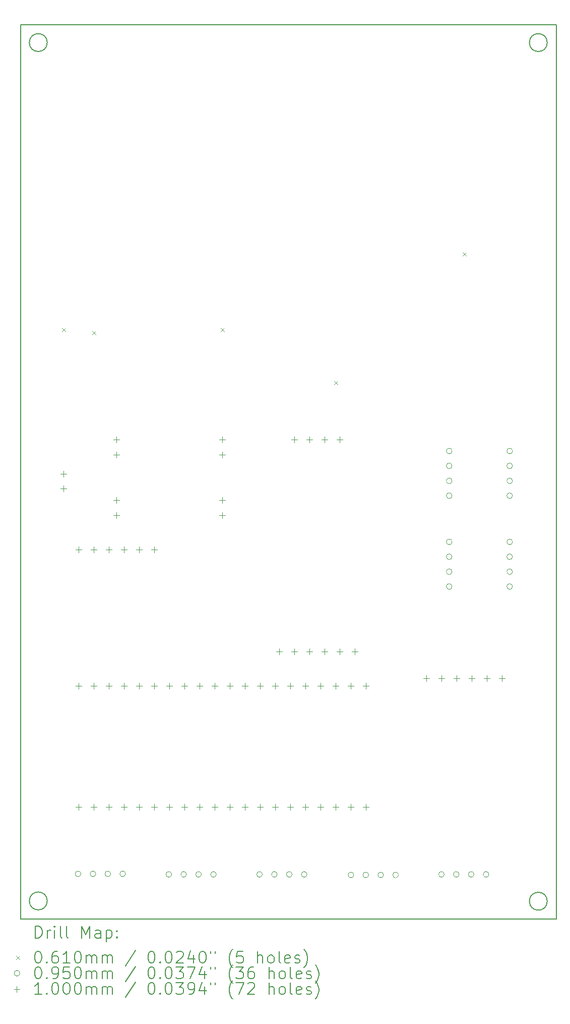
<source format=gbr>
%TF.GenerationSoftware,KiCad,Pcbnew,9.0.4*%
%TF.CreationDate,2025-12-08T11:00:42+07:00*%
%TF.ProjectId,05_sulfurmonitoring_design_v4_no_display,30355f73-756c-4667-9572-6d6f6e69746f,rev?*%
%TF.SameCoordinates,Original*%
%TF.FileFunction,Drillmap*%
%TF.FilePolarity,Positive*%
%FSLAX45Y45*%
G04 Gerber Fmt 4.5, Leading zero omitted, Abs format (unit mm)*
G04 Created by KiCad (PCBNEW 9.0.4) date 2025-12-08 11:00:42*
%MOMM*%
%LPD*%
G01*
G04 APERTURE LIST*
%ADD10C,0.200000*%
%ADD11C,0.100000*%
G04 APERTURE END LIST*
D10*
X4550000Y-2800000D02*
G75*
G02*
X4250000Y-2800000I-150000J0D01*
G01*
X4250000Y-2800000D02*
G75*
G02*
X4550000Y-2800000I150000J0D01*
G01*
X4550000Y-17200000D02*
G75*
G02*
X4250000Y-17200000I-150000J0D01*
G01*
X4250000Y-17200000D02*
G75*
G02*
X4550000Y-17200000I150000J0D01*
G01*
X4100000Y-2500000D02*
X13100000Y-2500000D01*
X13100000Y-17500000D01*
X4100000Y-17500000D01*
X4100000Y-2500000D01*
X12950000Y-17205000D02*
G75*
G02*
X12650000Y-17205000I-150000J0D01*
G01*
X12650000Y-17205000D02*
G75*
G02*
X12950000Y-17205000I150000J0D01*
G01*
X12950000Y-2800000D02*
G75*
G02*
X12650000Y-2800000I-150000J0D01*
G01*
X12650000Y-2800000D02*
G75*
G02*
X12950000Y-2800000I150000J0D01*
G01*
D11*
X4795520Y-7589520D02*
X4856480Y-7650480D01*
X4856480Y-7589520D02*
X4795520Y-7650480D01*
X5303520Y-7640320D02*
X5364480Y-7701280D01*
X5364480Y-7640320D02*
X5303520Y-7701280D01*
X7462520Y-7589520D02*
X7523480Y-7650480D01*
X7523480Y-7589520D02*
X7462520Y-7650480D01*
X9367520Y-8478520D02*
X9428480Y-8539480D01*
X9428480Y-8478520D02*
X9367520Y-8539480D01*
X11526520Y-6319520D02*
X11587480Y-6380480D01*
X11587480Y-6319520D02*
X11526520Y-6380480D01*
X5115500Y-16746000D02*
G75*
G02*
X5020500Y-16746000I-47500J0D01*
G01*
X5020500Y-16746000D02*
G75*
G02*
X5115500Y-16746000I47500J0D01*
G01*
X5365500Y-16746000D02*
G75*
G02*
X5270500Y-16746000I-47500J0D01*
G01*
X5270500Y-16746000D02*
G75*
G02*
X5365500Y-16746000I47500J0D01*
G01*
X5615500Y-16746000D02*
G75*
G02*
X5520500Y-16746000I-47500J0D01*
G01*
X5520500Y-16746000D02*
G75*
G02*
X5615500Y-16746000I47500J0D01*
G01*
X5865500Y-16746000D02*
G75*
G02*
X5770500Y-16746000I-47500J0D01*
G01*
X5770500Y-16746000D02*
G75*
G02*
X5865500Y-16746000I47500J0D01*
G01*
X6639500Y-16755000D02*
G75*
G02*
X6544500Y-16755000I-47500J0D01*
G01*
X6544500Y-16755000D02*
G75*
G02*
X6639500Y-16755000I47500J0D01*
G01*
X6889500Y-16755000D02*
G75*
G02*
X6794500Y-16755000I-47500J0D01*
G01*
X6794500Y-16755000D02*
G75*
G02*
X6889500Y-16755000I47500J0D01*
G01*
X7139500Y-16755000D02*
G75*
G02*
X7044500Y-16755000I-47500J0D01*
G01*
X7044500Y-16755000D02*
G75*
G02*
X7139500Y-16755000I47500J0D01*
G01*
X7389500Y-16755000D02*
G75*
G02*
X7294500Y-16755000I-47500J0D01*
G01*
X7294500Y-16755000D02*
G75*
G02*
X7389500Y-16755000I47500J0D01*
G01*
X8163500Y-16755000D02*
G75*
G02*
X8068500Y-16755000I-47500J0D01*
G01*
X8068500Y-16755000D02*
G75*
G02*
X8163500Y-16755000I47500J0D01*
G01*
X8413500Y-16755000D02*
G75*
G02*
X8318500Y-16755000I-47500J0D01*
G01*
X8318500Y-16755000D02*
G75*
G02*
X8413500Y-16755000I47500J0D01*
G01*
X8663500Y-16755000D02*
G75*
G02*
X8568500Y-16755000I-47500J0D01*
G01*
X8568500Y-16755000D02*
G75*
G02*
X8663500Y-16755000I47500J0D01*
G01*
X8913500Y-16755000D02*
G75*
G02*
X8818500Y-16755000I-47500J0D01*
G01*
X8818500Y-16755000D02*
G75*
G02*
X8913500Y-16755000I47500J0D01*
G01*
X9699500Y-16764000D02*
G75*
G02*
X9604500Y-16764000I-47500J0D01*
G01*
X9604500Y-16764000D02*
G75*
G02*
X9699500Y-16764000I47500J0D01*
G01*
X9949500Y-16764000D02*
G75*
G02*
X9854500Y-16764000I-47500J0D01*
G01*
X9854500Y-16764000D02*
G75*
G02*
X9949500Y-16764000I47500J0D01*
G01*
X10199500Y-16764000D02*
G75*
G02*
X10104500Y-16764000I-47500J0D01*
G01*
X10104500Y-16764000D02*
G75*
G02*
X10199500Y-16764000I47500J0D01*
G01*
X10449500Y-16764000D02*
G75*
G02*
X10354500Y-16764000I-47500J0D01*
G01*
X10354500Y-16764000D02*
G75*
G02*
X10449500Y-16764000I47500J0D01*
G01*
X11219500Y-16755000D02*
G75*
G02*
X11124500Y-16755000I-47500J0D01*
G01*
X11124500Y-16755000D02*
G75*
G02*
X11219500Y-16755000I47500J0D01*
G01*
X11350500Y-9652000D02*
G75*
G02*
X11255500Y-9652000I-47500J0D01*
G01*
X11255500Y-9652000D02*
G75*
G02*
X11350500Y-9652000I47500J0D01*
G01*
X11350500Y-9902000D02*
G75*
G02*
X11255500Y-9902000I-47500J0D01*
G01*
X11255500Y-9902000D02*
G75*
G02*
X11350500Y-9902000I47500J0D01*
G01*
X11350500Y-10152000D02*
G75*
G02*
X11255500Y-10152000I-47500J0D01*
G01*
X11255500Y-10152000D02*
G75*
G02*
X11350500Y-10152000I47500J0D01*
G01*
X11350500Y-10402000D02*
G75*
G02*
X11255500Y-10402000I-47500J0D01*
G01*
X11255500Y-10402000D02*
G75*
G02*
X11350500Y-10402000I47500J0D01*
G01*
X11350500Y-11176000D02*
G75*
G02*
X11255500Y-11176000I-47500J0D01*
G01*
X11255500Y-11176000D02*
G75*
G02*
X11350500Y-11176000I47500J0D01*
G01*
X11350500Y-11426000D02*
G75*
G02*
X11255500Y-11426000I-47500J0D01*
G01*
X11255500Y-11426000D02*
G75*
G02*
X11350500Y-11426000I47500J0D01*
G01*
X11350500Y-11676000D02*
G75*
G02*
X11255500Y-11676000I-47500J0D01*
G01*
X11255500Y-11676000D02*
G75*
G02*
X11350500Y-11676000I47500J0D01*
G01*
X11350500Y-11926000D02*
G75*
G02*
X11255500Y-11926000I-47500J0D01*
G01*
X11255500Y-11926000D02*
G75*
G02*
X11350500Y-11926000I47500J0D01*
G01*
X11469500Y-16755000D02*
G75*
G02*
X11374500Y-16755000I-47500J0D01*
G01*
X11374500Y-16755000D02*
G75*
G02*
X11469500Y-16755000I47500J0D01*
G01*
X11719500Y-16755000D02*
G75*
G02*
X11624500Y-16755000I-47500J0D01*
G01*
X11624500Y-16755000D02*
G75*
G02*
X11719500Y-16755000I47500J0D01*
G01*
X11969500Y-16755000D02*
G75*
G02*
X11874500Y-16755000I-47500J0D01*
G01*
X11874500Y-16755000D02*
G75*
G02*
X11969500Y-16755000I47500J0D01*
G01*
X12366500Y-9652000D02*
G75*
G02*
X12271500Y-9652000I-47500J0D01*
G01*
X12271500Y-9652000D02*
G75*
G02*
X12366500Y-9652000I47500J0D01*
G01*
X12366500Y-9902000D02*
G75*
G02*
X12271500Y-9902000I-47500J0D01*
G01*
X12271500Y-9902000D02*
G75*
G02*
X12366500Y-9902000I47500J0D01*
G01*
X12366500Y-10152000D02*
G75*
G02*
X12271500Y-10152000I-47500J0D01*
G01*
X12271500Y-10152000D02*
G75*
G02*
X12366500Y-10152000I47500J0D01*
G01*
X12366500Y-10402000D02*
G75*
G02*
X12271500Y-10402000I-47500J0D01*
G01*
X12271500Y-10402000D02*
G75*
G02*
X12366500Y-10402000I47500J0D01*
G01*
X12366500Y-11176000D02*
G75*
G02*
X12271500Y-11176000I-47500J0D01*
G01*
X12271500Y-11176000D02*
G75*
G02*
X12366500Y-11176000I47500J0D01*
G01*
X12366500Y-11426000D02*
G75*
G02*
X12271500Y-11426000I-47500J0D01*
G01*
X12271500Y-11426000D02*
G75*
G02*
X12366500Y-11426000I47500J0D01*
G01*
X12366500Y-11676000D02*
G75*
G02*
X12271500Y-11676000I-47500J0D01*
G01*
X12271500Y-11676000D02*
G75*
G02*
X12366500Y-11676000I47500J0D01*
G01*
X12366500Y-11926000D02*
G75*
G02*
X12271500Y-11926000I-47500J0D01*
G01*
X12271500Y-11926000D02*
G75*
G02*
X12366500Y-11926000I47500J0D01*
G01*
X4826000Y-9983000D02*
X4826000Y-10083000D01*
X4776000Y-10033000D02*
X4876000Y-10033000D01*
X4826000Y-10233000D02*
X4826000Y-10333000D01*
X4776000Y-10283000D02*
X4876000Y-10283000D01*
X5080000Y-11253000D02*
X5080000Y-11353000D01*
X5030000Y-11303000D02*
X5130000Y-11303000D01*
X5080000Y-13539000D02*
X5080000Y-13639000D01*
X5030000Y-13589000D02*
X5130000Y-13589000D01*
X5080000Y-15571000D02*
X5080000Y-15671000D01*
X5030000Y-15621000D02*
X5130000Y-15621000D01*
X5334000Y-11253000D02*
X5334000Y-11353000D01*
X5284000Y-11303000D02*
X5384000Y-11303000D01*
X5334000Y-13539000D02*
X5334000Y-13639000D01*
X5284000Y-13589000D02*
X5384000Y-13589000D01*
X5334000Y-15571000D02*
X5334000Y-15671000D01*
X5284000Y-15621000D02*
X5384000Y-15621000D01*
X5588000Y-11253000D02*
X5588000Y-11353000D01*
X5538000Y-11303000D02*
X5638000Y-11303000D01*
X5588000Y-13539000D02*
X5588000Y-13639000D01*
X5538000Y-13589000D02*
X5638000Y-13589000D01*
X5588000Y-15571000D02*
X5588000Y-15671000D01*
X5538000Y-15621000D02*
X5638000Y-15621000D01*
X5715000Y-9411500D02*
X5715000Y-9511500D01*
X5665000Y-9461500D02*
X5765000Y-9461500D01*
X5715000Y-9665500D02*
X5715000Y-9765500D01*
X5665000Y-9715500D02*
X5765000Y-9715500D01*
X5715000Y-10427500D02*
X5715000Y-10527500D01*
X5665000Y-10477500D02*
X5765000Y-10477500D01*
X5715000Y-10681500D02*
X5715000Y-10781500D01*
X5665000Y-10731500D02*
X5765000Y-10731500D01*
X5842000Y-11253000D02*
X5842000Y-11353000D01*
X5792000Y-11303000D02*
X5892000Y-11303000D01*
X5842000Y-13539000D02*
X5842000Y-13639000D01*
X5792000Y-13589000D02*
X5892000Y-13589000D01*
X5842000Y-15571000D02*
X5842000Y-15671000D01*
X5792000Y-15621000D02*
X5892000Y-15621000D01*
X6096000Y-11253000D02*
X6096000Y-11353000D01*
X6046000Y-11303000D02*
X6146000Y-11303000D01*
X6096000Y-13539000D02*
X6096000Y-13639000D01*
X6046000Y-13589000D02*
X6146000Y-13589000D01*
X6096000Y-15571000D02*
X6096000Y-15671000D01*
X6046000Y-15621000D02*
X6146000Y-15621000D01*
X6350000Y-11253000D02*
X6350000Y-11353000D01*
X6300000Y-11303000D02*
X6400000Y-11303000D01*
X6350000Y-13539000D02*
X6350000Y-13639000D01*
X6300000Y-13589000D02*
X6400000Y-13589000D01*
X6350000Y-15571000D02*
X6350000Y-15671000D01*
X6300000Y-15621000D02*
X6400000Y-15621000D01*
X6604000Y-13539000D02*
X6604000Y-13639000D01*
X6554000Y-13589000D02*
X6654000Y-13589000D01*
X6604000Y-15571000D02*
X6604000Y-15671000D01*
X6554000Y-15621000D02*
X6654000Y-15621000D01*
X6858000Y-13539000D02*
X6858000Y-13639000D01*
X6808000Y-13589000D02*
X6908000Y-13589000D01*
X6858000Y-15571000D02*
X6858000Y-15671000D01*
X6808000Y-15621000D02*
X6908000Y-15621000D01*
X7112000Y-13539000D02*
X7112000Y-13639000D01*
X7062000Y-13589000D02*
X7162000Y-13589000D01*
X7112000Y-15571000D02*
X7112000Y-15671000D01*
X7062000Y-15621000D02*
X7162000Y-15621000D01*
X7366000Y-13539000D02*
X7366000Y-13639000D01*
X7316000Y-13589000D02*
X7416000Y-13589000D01*
X7366000Y-15571000D02*
X7366000Y-15671000D01*
X7316000Y-15621000D02*
X7416000Y-15621000D01*
X7493000Y-9411500D02*
X7493000Y-9511500D01*
X7443000Y-9461500D02*
X7543000Y-9461500D01*
X7493000Y-9665500D02*
X7493000Y-9765500D01*
X7443000Y-9715500D02*
X7543000Y-9715500D01*
X7493000Y-10427500D02*
X7493000Y-10527500D01*
X7443000Y-10477500D02*
X7543000Y-10477500D01*
X7493000Y-10681500D02*
X7493000Y-10781500D01*
X7443000Y-10731500D02*
X7543000Y-10731500D01*
X7620000Y-13539000D02*
X7620000Y-13639000D01*
X7570000Y-13589000D02*
X7670000Y-13589000D01*
X7620000Y-15571000D02*
X7620000Y-15671000D01*
X7570000Y-15621000D02*
X7670000Y-15621000D01*
X7874000Y-13539000D02*
X7874000Y-13639000D01*
X7824000Y-13589000D02*
X7924000Y-13589000D01*
X7874000Y-15571000D02*
X7874000Y-15671000D01*
X7824000Y-15621000D02*
X7924000Y-15621000D01*
X8128000Y-13539000D02*
X8128000Y-13639000D01*
X8078000Y-13589000D02*
X8178000Y-13589000D01*
X8128000Y-15571000D02*
X8128000Y-15671000D01*
X8078000Y-15621000D02*
X8178000Y-15621000D01*
X8382000Y-13539000D02*
X8382000Y-13639000D01*
X8332000Y-13589000D02*
X8432000Y-13589000D01*
X8382000Y-15571000D02*
X8382000Y-15671000D01*
X8332000Y-15621000D02*
X8432000Y-15621000D01*
X8445500Y-12967500D02*
X8445500Y-13067500D01*
X8395500Y-13017500D02*
X8495500Y-13017500D01*
X8636000Y-13539000D02*
X8636000Y-13639000D01*
X8586000Y-13589000D02*
X8686000Y-13589000D01*
X8636000Y-15571000D02*
X8636000Y-15671000D01*
X8586000Y-15621000D02*
X8686000Y-15621000D01*
X8699500Y-9411500D02*
X8699500Y-9511500D01*
X8649500Y-9461500D02*
X8749500Y-9461500D01*
X8699500Y-12967500D02*
X8699500Y-13067500D01*
X8649500Y-13017500D02*
X8749500Y-13017500D01*
X8890000Y-13539000D02*
X8890000Y-13639000D01*
X8840000Y-13589000D02*
X8940000Y-13589000D01*
X8890000Y-15571000D02*
X8890000Y-15671000D01*
X8840000Y-15621000D02*
X8940000Y-15621000D01*
X8953500Y-9411500D02*
X8953500Y-9511500D01*
X8903500Y-9461500D02*
X9003500Y-9461500D01*
X8953500Y-12967500D02*
X8953500Y-13067500D01*
X8903500Y-13017500D02*
X9003500Y-13017500D01*
X9144000Y-13539000D02*
X9144000Y-13639000D01*
X9094000Y-13589000D02*
X9194000Y-13589000D01*
X9144000Y-15571000D02*
X9144000Y-15671000D01*
X9094000Y-15621000D02*
X9194000Y-15621000D01*
X9207500Y-9411500D02*
X9207500Y-9511500D01*
X9157500Y-9461500D02*
X9257500Y-9461500D01*
X9207500Y-12967500D02*
X9207500Y-13067500D01*
X9157500Y-13017500D02*
X9257500Y-13017500D01*
X9398000Y-13539000D02*
X9398000Y-13639000D01*
X9348000Y-13589000D02*
X9448000Y-13589000D01*
X9398000Y-15571000D02*
X9398000Y-15671000D01*
X9348000Y-15621000D02*
X9448000Y-15621000D01*
X9461500Y-9411500D02*
X9461500Y-9511500D01*
X9411500Y-9461500D02*
X9511500Y-9461500D01*
X9461500Y-12967500D02*
X9461500Y-13067500D01*
X9411500Y-13017500D02*
X9511500Y-13017500D01*
X9652000Y-13539000D02*
X9652000Y-13639000D01*
X9602000Y-13589000D02*
X9702000Y-13589000D01*
X9652000Y-15571000D02*
X9652000Y-15671000D01*
X9602000Y-15621000D02*
X9702000Y-15621000D01*
X9715500Y-12967500D02*
X9715500Y-13067500D01*
X9665500Y-13017500D02*
X9765500Y-13017500D01*
X9906000Y-13539000D02*
X9906000Y-13639000D01*
X9856000Y-13589000D02*
X9956000Y-13589000D01*
X9906000Y-15571000D02*
X9906000Y-15671000D01*
X9856000Y-15621000D02*
X9956000Y-15621000D01*
X10922000Y-13412000D02*
X10922000Y-13512000D01*
X10872000Y-13462000D02*
X10972000Y-13462000D01*
X11176000Y-13412000D02*
X11176000Y-13512000D01*
X11126000Y-13462000D02*
X11226000Y-13462000D01*
X11430000Y-13412000D02*
X11430000Y-13512000D01*
X11380000Y-13462000D02*
X11480000Y-13462000D01*
X11684000Y-13412000D02*
X11684000Y-13512000D01*
X11634000Y-13462000D02*
X11734000Y-13462000D01*
X11938000Y-13412000D02*
X11938000Y-13512000D01*
X11888000Y-13462000D02*
X11988000Y-13462000D01*
X12192000Y-13412000D02*
X12192000Y-13512000D01*
X12142000Y-13462000D02*
X12242000Y-13462000D01*
D10*
X4350777Y-17821484D02*
X4350777Y-17621484D01*
X4350777Y-17621484D02*
X4398396Y-17621484D01*
X4398396Y-17621484D02*
X4426967Y-17631008D01*
X4426967Y-17631008D02*
X4446015Y-17650055D01*
X4446015Y-17650055D02*
X4455539Y-17669103D01*
X4455539Y-17669103D02*
X4465063Y-17707198D01*
X4465063Y-17707198D02*
X4465063Y-17735770D01*
X4465063Y-17735770D02*
X4455539Y-17773865D01*
X4455539Y-17773865D02*
X4446015Y-17792912D01*
X4446015Y-17792912D02*
X4426967Y-17811960D01*
X4426967Y-17811960D02*
X4398396Y-17821484D01*
X4398396Y-17821484D02*
X4350777Y-17821484D01*
X4550777Y-17821484D02*
X4550777Y-17688150D01*
X4550777Y-17726246D02*
X4560301Y-17707198D01*
X4560301Y-17707198D02*
X4569824Y-17697674D01*
X4569824Y-17697674D02*
X4588872Y-17688150D01*
X4588872Y-17688150D02*
X4607920Y-17688150D01*
X4674586Y-17821484D02*
X4674586Y-17688150D01*
X4674586Y-17621484D02*
X4665063Y-17631008D01*
X4665063Y-17631008D02*
X4674586Y-17640531D01*
X4674586Y-17640531D02*
X4684110Y-17631008D01*
X4684110Y-17631008D02*
X4674586Y-17621484D01*
X4674586Y-17621484D02*
X4674586Y-17640531D01*
X4798396Y-17821484D02*
X4779348Y-17811960D01*
X4779348Y-17811960D02*
X4769824Y-17792912D01*
X4769824Y-17792912D02*
X4769824Y-17621484D01*
X4903158Y-17821484D02*
X4884110Y-17811960D01*
X4884110Y-17811960D02*
X4874586Y-17792912D01*
X4874586Y-17792912D02*
X4874586Y-17621484D01*
X5131729Y-17821484D02*
X5131729Y-17621484D01*
X5131729Y-17621484D02*
X5198396Y-17764341D01*
X5198396Y-17764341D02*
X5265063Y-17621484D01*
X5265063Y-17621484D02*
X5265063Y-17821484D01*
X5446015Y-17821484D02*
X5446015Y-17716722D01*
X5446015Y-17716722D02*
X5436491Y-17697674D01*
X5436491Y-17697674D02*
X5417444Y-17688150D01*
X5417444Y-17688150D02*
X5379348Y-17688150D01*
X5379348Y-17688150D02*
X5360301Y-17697674D01*
X5446015Y-17811960D02*
X5426967Y-17821484D01*
X5426967Y-17821484D02*
X5379348Y-17821484D01*
X5379348Y-17821484D02*
X5360301Y-17811960D01*
X5360301Y-17811960D02*
X5350777Y-17792912D01*
X5350777Y-17792912D02*
X5350777Y-17773865D01*
X5350777Y-17773865D02*
X5360301Y-17754817D01*
X5360301Y-17754817D02*
X5379348Y-17745293D01*
X5379348Y-17745293D02*
X5426967Y-17745293D01*
X5426967Y-17745293D02*
X5446015Y-17735770D01*
X5541253Y-17688150D02*
X5541253Y-17888150D01*
X5541253Y-17697674D02*
X5560301Y-17688150D01*
X5560301Y-17688150D02*
X5598396Y-17688150D01*
X5598396Y-17688150D02*
X5617443Y-17697674D01*
X5617443Y-17697674D02*
X5626967Y-17707198D01*
X5626967Y-17707198D02*
X5636491Y-17726246D01*
X5636491Y-17726246D02*
X5636491Y-17783389D01*
X5636491Y-17783389D02*
X5626967Y-17802436D01*
X5626967Y-17802436D02*
X5617443Y-17811960D01*
X5617443Y-17811960D02*
X5598396Y-17821484D01*
X5598396Y-17821484D02*
X5560301Y-17821484D01*
X5560301Y-17821484D02*
X5541253Y-17811960D01*
X5722205Y-17802436D02*
X5731729Y-17811960D01*
X5731729Y-17811960D02*
X5722205Y-17821484D01*
X5722205Y-17821484D02*
X5712682Y-17811960D01*
X5712682Y-17811960D02*
X5722205Y-17802436D01*
X5722205Y-17802436D02*
X5722205Y-17821484D01*
X5722205Y-17697674D02*
X5731729Y-17707198D01*
X5731729Y-17707198D02*
X5722205Y-17716722D01*
X5722205Y-17716722D02*
X5712682Y-17707198D01*
X5712682Y-17707198D02*
X5722205Y-17697674D01*
X5722205Y-17697674D02*
X5722205Y-17716722D01*
D11*
X4029040Y-18119520D02*
X4090000Y-18180480D01*
X4090000Y-18119520D02*
X4029040Y-18180480D01*
D10*
X4388872Y-18041484D02*
X4407920Y-18041484D01*
X4407920Y-18041484D02*
X4426967Y-18051008D01*
X4426967Y-18051008D02*
X4436491Y-18060531D01*
X4436491Y-18060531D02*
X4446015Y-18079579D01*
X4446015Y-18079579D02*
X4455539Y-18117674D01*
X4455539Y-18117674D02*
X4455539Y-18165293D01*
X4455539Y-18165293D02*
X4446015Y-18203389D01*
X4446015Y-18203389D02*
X4436491Y-18222436D01*
X4436491Y-18222436D02*
X4426967Y-18231960D01*
X4426967Y-18231960D02*
X4407920Y-18241484D01*
X4407920Y-18241484D02*
X4388872Y-18241484D01*
X4388872Y-18241484D02*
X4369824Y-18231960D01*
X4369824Y-18231960D02*
X4360301Y-18222436D01*
X4360301Y-18222436D02*
X4350777Y-18203389D01*
X4350777Y-18203389D02*
X4341253Y-18165293D01*
X4341253Y-18165293D02*
X4341253Y-18117674D01*
X4341253Y-18117674D02*
X4350777Y-18079579D01*
X4350777Y-18079579D02*
X4360301Y-18060531D01*
X4360301Y-18060531D02*
X4369824Y-18051008D01*
X4369824Y-18051008D02*
X4388872Y-18041484D01*
X4541253Y-18222436D02*
X4550777Y-18231960D01*
X4550777Y-18231960D02*
X4541253Y-18241484D01*
X4541253Y-18241484D02*
X4531729Y-18231960D01*
X4531729Y-18231960D02*
X4541253Y-18222436D01*
X4541253Y-18222436D02*
X4541253Y-18241484D01*
X4722205Y-18041484D02*
X4684110Y-18041484D01*
X4684110Y-18041484D02*
X4665063Y-18051008D01*
X4665063Y-18051008D02*
X4655539Y-18060531D01*
X4655539Y-18060531D02*
X4636491Y-18089103D01*
X4636491Y-18089103D02*
X4626967Y-18127198D01*
X4626967Y-18127198D02*
X4626967Y-18203389D01*
X4626967Y-18203389D02*
X4636491Y-18222436D01*
X4636491Y-18222436D02*
X4646015Y-18231960D01*
X4646015Y-18231960D02*
X4665063Y-18241484D01*
X4665063Y-18241484D02*
X4703158Y-18241484D01*
X4703158Y-18241484D02*
X4722205Y-18231960D01*
X4722205Y-18231960D02*
X4731729Y-18222436D01*
X4731729Y-18222436D02*
X4741253Y-18203389D01*
X4741253Y-18203389D02*
X4741253Y-18155770D01*
X4741253Y-18155770D02*
X4731729Y-18136722D01*
X4731729Y-18136722D02*
X4722205Y-18127198D01*
X4722205Y-18127198D02*
X4703158Y-18117674D01*
X4703158Y-18117674D02*
X4665063Y-18117674D01*
X4665063Y-18117674D02*
X4646015Y-18127198D01*
X4646015Y-18127198D02*
X4636491Y-18136722D01*
X4636491Y-18136722D02*
X4626967Y-18155770D01*
X4931729Y-18241484D02*
X4817444Y-18241484D01*
X4874586Y-18241484D02*
X4874586Y-18041484D01*
X4874586Y-18041484D02*
X4855539Y-18070055D01*
X4855539Y-18070055D02*
X4836491Y-18089103D01*
X4836491Y-18089103D02*
X4817444Y-18098627D01*
X5055539Y-18041484D02*
X5074586Y-18041484D01*
X5074586Y-18041484D02*
X5093634Y-18051008D01*
X5093634Y-18051008D02*
X5103158Y-18060531D01*
X5103158Y-18060531D02*
X5112682Y-18079579D01*
X5112682Y-18079579D02*
X5122205Y-18117674D01*
X5122205Y-18117674D02*
X5122205Y-18165293D01*
X5122205Y-18165293D02*
X5112682Y-18203389D01*
X5112682Y-18203389D02*
X5103158Y-18222436D01*
X5103158Y-18222436D02*
X5093634Y-18231960D01*
X5093634Y-18231960D02*
X5074586Y-18241484D01*
X5074586Y-18241484D02*
X5055539Y-18241484D01*
X5055539Y-18241484D02*
X5036491Y-18231960D01*
X5036491Y-18231960D02*
X5026967Y-18222436D01*
X5026967Y-18222436D02*
X5017444Y-18203389D01*
X5017444Y-18203389D02*
X5007920Y-18165293D01*
X5007920Y-18165293D02*
X5007920Y-18117674D01*
X5007920Y-18117674D02*
X5017444Y-18079579D01*
X5017444Y-18079579D02*
X5026967Y-18060531D01*
X5026967Y-18060531D02*
X5036491Y-18051008D01*
X5036491Y-18051008D02*
X5055539Y-18041484D01*
X5207920Y-18241484D02*
X5207920Y-18108150D01*
X5207920Y-18127198D02*
X5217444Y-18117674D01*
X5217444Y-18117674D02*
X5236491Y-18108150D01*
X5236491Y-18108150D02*
X5265063Y-18108150D01*
X5265063Y-18108150D02*
X5284110Y-18117674D01*
X5284110Y-18117674D02*
X5293634Y-18136722D01*
X5293634Y-18136722D02*
X5293634Y-18241484D01*
X5293634Y-18136722D02*
X5303158Y-18117674D01*
X5303158Y-18117674D02*
X5322205Y-18108150D01*
X5322205Y-18108150D02*
X5350777Y-18108150D01*
X5350777Y-18108150D02*
X5369825Y-18117674D01*
X5369825Y-18117674D02*
X5379348Y-18136722D01*
X5379348Y-18136722D02*
X5379348Y-18241484D01*
X5474586Y-18241484D02*
X5474586Y-18108150D01*
X5474586Y-18127198D02*
X5484110Y-18117674D01*
X5484110Y-18117674D02*
X5503158Y-18108150D01*
X5503158Y-18108150D02*
X5531729Y-18108150D01*
X5531729Y-18108150D02*
X5550777Y-18117674D01*
X5550777Y-18117674D02*
X5560301Y-18136722D01*
X5560301Y-18136722D02*
X5560301Y-18241484D01*
X5560301Y-18136722D02*
X5569825Y-18117674D01*
X5569825Y-18117674D02*
X5588872Y-18108150D01*
X5588872Y-18108150D02*
X5617443Y-18108150D01*
X5617443Y-18108150D02*
X5636491Y-18117674D01*
X5636491Y-18117674D02*
X5646015Y-18136722D01*
X5646015Y-18136722D02*
X5646015Y-18241484D01*
X6036491Y-18031960D02*
X5865063Y-18289103D01*
X6293634Y-18041484D02*
X6312682Y-18041484D01*
X6312682Y-18041484D02*
X6331729Y-18051008D01*
X6331729Y-18051008D02*
X6341253Y-18060531D01*
X6341253Y-18060531D02*
X6350777Y-18079579D01*
X6350777Y-18079579D02*
X6360301Y-18117674D01*
X6360301Y-18117674D02*
X6360301Y-18165293D01*
X6360301Y-18165293D02*
X6350777Y-18203389D01*
X6350777Y-18203389D02*
X6341253Y-18222436D01*
X6341253Y-18222436D02*
X6331729Y-18231960D01*
X6331729Y-18231960D02*
X6312682Y-18241484D01*
X6312682Y-18241484D02*
X6293634Y-18241484D01*
X6293634Y-18241484D02*
X6274586Y-18231960D01*
X6274586Y-18231960D02*
X6265063Y-18222436D01*
X6265063Y-18222436D02*
X6255539Y-18203389D01*
X6255539Y-18203389D02*
X6246015Y-18165293D01*
X6246015Y-18165293D02*
X6246015Y-18117674D01*
X6246015Y-18117674D02*
X6255539Y-18079579D01*
X6255539Y-18079579D02*
X6265063Y-18060531D01*
X6265063Y-18060531D02*
X6274586Y-18051008D01*
X6274586Y-18051008D02*
X6293634Y-18041484D01*
X6446015Y-18222436D02*
X6455539Y-18231960D01*
X6455539Y-18231960D02*
X6446015Y-18241484D01*
X6446015Y-18241484D02*
X6436491Y-18231960D01*
X6436491Y-18231960D02*
X6446015Y-18222436D01*
X6446015Y-18222436D02*
X6446015Y-18241484D01*
X6579348Y-18041484D02*
X6598396Y-18041484D01*
X6598396Y-18041484D02*
X6617444Y-18051008D01*
X6617444Y-18051008D02*
X6626967Y-18060531D01*
X6626967Y-18060531D02*
X6636491Y-18079579D01*
X6636491Y-18079579D02*
X6646015Y-18117674D01*
X6646015Y-18117674D02*
X6646015Y-18165293D01*
X6646015Y-18165293D02*
X6636491Y-18203389D01*
X6636491Y-18203389D02*
X6626967Y-18222436D01*
X6626967Y-18222436D02*
X6617444Y-18231960D01*
X6617444Y-18231960D02*
X6598396Y-18241484D01*
X6598396Y-18241484D02*
X6579348Y-18241484D01*
X6579348Y-18241484D02*
X6560301Y-18231960D01*
X6560301Y-18231960D02*
X6550777Y-18222436D01*
X6550777Y-18222436D02*
X6541253Y-18203389D01*
X6541253Y-18203389D02*
X6531729Y-18165293D01*
X6531729Y-18165293D02*
X6531729Y-18117674D01*
X6531729Y-18117674D02*
X6541253Y-18079579D01*
X6541253Y-18079579D02*
X6550777Y-18060531D01*
X6550777Y-18060531D02*
X6560301Y-18051008D01*
X6560301Y-18051008D02*
X6579348Y-18041484D01*
X6722206Y-18060531D02*
X6731729Y-18051008D01*
X6731729Y-18051008D02*
X6750777Y-18041484D01*
X6750777Y-18041484D02*
X6798396Y-18041484D01*
X6798396Y-18041484D02*
X6817444Y-18051008D01*
X6817444Y-18051008D02*
X6826967Y-18060531D01*
X6826967Y-18060531D02*
X6836491Y-18079579D01*
X6836491Y-18079579D02*
X6836491Y-18098627D01*
X6836491Y-18098627D02*
X6826967Y-18127198D01*
X6826967Y-18127198D02*
X6712682Y-18241484D01*
X6712682Y-18241484D02*
X6836491Y-18241484D01*
X7007920Y-18108150D02*
X7007920Y-18241484D01*
X6960301Y-18031960D02*
X6912682Y-18174817D01*
X6912682Y-18174817D02*
X7036491Y-18174817D01*
X7150777Y-18041484D02*
X7169825Y-18041484D01*
X7169825Y-18041484D02*
X7188872Y-18051008D01*
X7188872Y-18051008D02*
X7198396Y-18060531D01*
X7198396Y-18060531D02*
X7207920Y-18079579D01*
X7207920Y-18079579D02*
X7217444Y-18117674D01*
X7217444Y-18117674D02*
X7217444Y-18165293D01*
X7217444Y-18165293D02*
X7207920Y-18203389D01*
X7207920Y-18203389D02*
X7198396Y-18222436D01*
X7198396Y-18222436D02*
X7188872Y-18231960D01*
X7188872Y-18231960D02*
X7169825Y-18241484D01*
X7169825Y-18241484D02*
X7150777Y-18241484D01*
X7150777Y-18241484D02*
X7131729Y-18231960D01*
X7131729Y-18231960D02*
X7122206Y-18222436D01*
X7122206Y-18222436D02*
X7112682Y-18203389D01*
X7112682Y-18203389D02*
X7103158Y-18165293D01*
X7103158Y-18165293D02*
X7103158Y-18117674D01*
X7103158Y-18117674D02*
X7112682Y-18079579D01*
X7112682Y-18079579D02*
X7122206Y-18060531D01*
X7122206Y-18060531D02*
X7131729Y-18051008D01*
X7131729Y-18051008D02*
X7150777Y-18041484D01*
X7293634Y-18041484D02*
X7293634Y-18079579D01*
X7369825Y-18041484D02*
X7369825Y-18079579D01*
X7665063Y-18317674D02*
X7655539Y-18308150D01*
X7655539Y-18308150D02*
X7636491Y-18279579D01*
X7636491Y-18279579D02*
X7626968Y-18260531D01*
X7626968Y-18260531D02*
X7617444Y-18231960D01*
X7617444Y-18231960D02*
X7607920Y-18184341D01*
X7607920Y-18184341D02*
X7607920Y-18146246D01*
X7607920Y-18146246D02*
X7617444Y-18098627D01*
X7617444Y-18098627D02*
X7626968Y-18070055D01*
X7626968Y-18070055D02*
X7636491Y-18051008D01*
X7636491Y-18051008D02*
X7655539Y-18022436D01*
X7655539Y-18022436D02*
X7665063Y-18012912D01*
X7836491Y-18041484D02*
X7741253Y-18041484D01*
X7741253Y-18041484D02*
X7731729Y-18136722D01*
X7731729Y-18136722D02*
X7741253Y-18127198D01*
X7741253Y-18127198D02*
X7760301Y-18117674D01*
X7760301Y-18117674D02*
X7807920Y-18117674D01*
X7807920Y-18117674D02*
X7826968Y-18127198D01*
X7826968Y-18127198D02*
X7836491Y-18136722D01*
X7836491Y-18136722D02*
X7846015Y-18155770D01*
X7846015Y-18155770D02*
X7846015Y-18203389D01*
X7846015Y-18203389D02*
X7836491Y-18222436D01*
X7836491Y-18222436D02*
X7826968Y-18231960D01*
X7826968Y-18231960D02*
X7807920Y-18241484D01*
X7807920Y-18241484D02*
X7760301Y-18241484D01*
X7760301Y-18241484D02*
X7741253Y-18231960D01*
X7741253Y-18231960D02*
X7731729Y-18222436D01*
X8084110Y-18241484D02*
X8084110Y-18041484D01*
X8169825Y-18241484D02*
X8169825Y-18136722D01*
X8169825Y-18136722D02*
X8160301Y-18117674D01*
X8160301Y-18117674D02*
X8141253Y-18108150D01*
X8141253Y-18108150D02*
X8112682Y-18108150D01*
X8112682Y-18108150D02*
X8093634Y-18117674D01*
X8093634Y-18117674D02*
X8084110Y-18127198D01*
X8293634Y-18241484D02*
X8274587Y-18231960D01*
X8274587Y-18231960D02*
X8265063Y-18222436D01*
X8265063Y-18222436D02*
X8255539Y-18203389D01*
X8255539Y-18203389D02*
X8255539Y-18146246D01*
X8255539Y-18146246D02*
X8265063Y-18127198D01*
X8265063Y-18127198D02*
X8274587Y-18117674D01*
X8274587Y-18117674D02*
X8293634Y-18108150D01*
X8293634Y-18108150D02*
X8322206Y-18108150D01*
X8322206Y-18108150D02*
X8341253Y-18117674D01*
X8341253Y-18117674D02*
X8350777Y-18127198D01*
X8350777Y-18127198D02*
X8360301Y-18146246D01*
X8360301Y-18146246D02*
X8360301Y-18203389D01*
X8360301Y-18203389D02*
X8350777Y-18222436D01*
X8350777Y-18222436D02*
X8341253Y-18231960D01*
X8341253Y-18231960D02*
X8322206Y-18241484D01*
X8322206Y-18241484D02*
X8293634Y-18241484D01*
X8474587Y-18241484D02*
X8455539Y-18231960D01*
X8455539Y-18231960D02*
X8446015Y-18212912D01*
X8446015Y-18212912D02*
X8446015Y-18041484D01*
X8626968Y-18231960D02*
X8607920Y-18241484D01*
X8607920Y-18241484D02*
X8569825Y-18241484D01*
X8569825Y-18241484D02*
X8550777Y-18231960D01*
X8550777Y-18231960D02*
X8541253Y-18212912D01*
X8541253Y-18212912D02*
X8541253Y-18136722D01*
X8541253Y-18136722D02*
X8550777Y-18117674D01*
X8550777Y-18117674D02*
X8569825Y-18108150D01*
X8569825Y-18108150D02*
X8607920Y-18108150D01*
X8607920Y-18108150D02*
X8626968Y-18117674D01*
X8626968Y-18117674D02*
X8636492Y-18136722D01*
X8636492Y-18136722D02*
X8636492Y-18155770D01*
X8636492Y-18155770D02*
X8541253Y-18174817D01*
X8712682Y-18231960D02*
X8731730Y-18241484D01*
X8731730Y-18241484D02*
X8769825Y-18241484D01*
X8769825Y-18241484D02*
X8788873Y-18231960D01*
X8788873Y-18231960D02*
X8798396Y-18212912D01*
X8798396Y-18212912D02*
X8798396Y-18203389D01*
X8798396Y-18203389D02*
X8788873Y-18184341D01*
X8788873Y-18184341D02*
X8769825Y-18174817D01*
X8769825Y-18174817D02*
X8741253Y-18174817D01*
X8741253Y-18174817D02*
X8722206Y-18165293D01*
X8722206Y-18165293D02*
X8712682Y-18146246D01*
X8712682Y-18146246D02*
X8712682Y-18136722D01*
X8712682Y-18136722D02*
X8722206Y-18117674D01*
X8722206Y-18117674D02*
X8741253Y-18108150D01*
X8741253Y-18108150D02*
X8769825Y-18108150D01*
X8769825Y-18108150D02*
X8788873Y-18117674D01*
X8865063Y-18317674D02*
X8874587Y-18308150D01*
X8874587Y-18308150D02*
X8893634Y-18279579D01*
X8893634Y-18279579D02*
X8903158Y-18260531D01*
X8903158Y-18260531D02*
X8912682Y-18231960D01*
X8912682Y-18231960D02*
X8922206Y-18184341D01*
X8922206Y-18184341D02*
X8922206Y-18146246D01*
X8922206Y-18146246D02*
X8912682Y-18098627D01*
X8912682Y-18098627D02*
X8903158Y-18070055D01*
X8903158Y-18070055D02*
X8893634Y-18051008D01*
X8893634Y-18051008D02*
X8874587Y-18022436D01*
X8874587Y-18022436D02*
X8865063Y-18012912D01*
D11*
X4090000Y-18414000D02*
G75*
G02*
X3995000Y-18414000I-47500J0D01*
G01*
X3995000Y-18414000D02*
G75*
G02*
X4090000Y-18414000I47500J0D01*
G01*
D10*
X4388872Y-18305484D02*
X4407920Y-18305484D01*
X4407920Y-18305484D02*
X4426967Y-18315008D01*
X4426967Y-18315008D02*
X4436491Y-18324531D01*
X4436491Y-18324531D02*
X4446015Y-18343579D01*
X4446015Y-18343579D02*
X4455539Y-18381674D01*
X4455539Y-18381674D02*
X4455539Y-18429293D01*
X4455539Y-18429293D02*
X4446015Y-18467389D01*
X4446015Y-18467389D02*
X4436491Y-18486436D01*
X4436491Y-18486436D02*
X4426967Y-18495960D01*
X4426967Y-18495960D02*
X4407920Y-18505484D01*
X4407920Y-18505484D02*
X4388872Y-18505484D01*
X4388872Y-18505484D02*
X4369824Y-18495960D01*
X4369824Y-18495960D02*
X4360301Y-18486436D01*
X4360301Y-18486436D02*
X4350777Y-18467389D01*
X4350777Y-18467389D02*
X4341253Y-18429293D01*
X4341253Y-18429293D02*
X4341253Y-18381674D01*
X4341253Y-18381674D02*
X4350777Y-18343579D01*
X4350777Y-18343579D02*
X4360301Y-18324531D01*
X4360301Y-18324531D02*
X4369824Y-18315008D01*
X4369824Y-18315008D02*
X4388872Y-18305484D01*
X4541253Y-18486436D02*
X4550777Y-18495960D01*
X4550777Y-18495960D02*
X4541253Y-18505484D01*
X4541253Y-18505484D02*
X4531729Y-18495960D01*
X4531729Y-18495960D02*
X4541253Y-18486436D01*
X4541253Y-18486436D02*
X4541253Y-18505484D01*
X4646015Y-18505484D02*
X4684110Y-18505484D01*
X4684110Y-18505484D02*
X4703158Y-18495960D01*
X4703158Y-18495960D02*
X4712682Y-18486436D01*
X4712682Y-18486436D02*
X4731729Y-18457865D01*
X4731729Y-18457865D02*
X4741253Y-18419770D01*
X4741253Y-18419770D02*
X4741253Y-18343579D01*
X4741253Y-18343579D02*
X4731729Y-18324531D01*
X4731729Y-18324531D02*
X4722205Y-18315008D01*
X4722205Y-18315008D02*
X4703158Y-18305484D01*
X4703158Y-18305484D02*
X4665063Y-18305484D01*
X4665063Y-18305484D02*
X4646015Y-18315008D01*
X4646015Y-18315008D02*
X4636491Y-18324531D01*
X4636491Y-18324531D02*
X4626967Y-18343579D01*
X4626967Y-18343579D02*
X4626967Y-18391198D01*
X4626967Y-18391198D02*
X4636491Y-18410246D01*
X4636491Y-18410246D02*
X4646015Y-18419770D01*
X4646015Y-18419770D02*
X4665063Y-18429293D01*
X4665063Y-18429293D02*
X4703158Y-18429293D01*
X4703158Y-18429293D02*
X4722205Y-18419770D01*
X4722205Y-18419770D02*
X4731729Y-18410246D01*
X4731729Y-18410246D02*
X4741253Y-18391198D01*
X4922205Y-18305484D02*
X4826967Y-18305484D01*
X4826967Y-18305484D02*
X4817444Y-18400722D01*
X4817444Y-18400722D02*
X4826967Y-18391198D01*
X4826967Y-18391198D02*
X4846015Y-18381674D01*
X4846015Y-18381674D02*
X4893634Y-18381674D01*
X4893634Y-18381674D02*
X4912682Y-18391198D01*
X4912682Y-18391198D02*
X4922205Y-18400722D01*
X4922205Y-18400722D02*
X4931729Y-18419770D01*
X4931729Y-18419770D02*
X4931729Y-18467389D01*
X4931729Y-18467389D02*
X4922205Y-18486436D01*
X4922205Y-18486436D02*
X4912682Y-18495960D01*
X4912682Y-18495960D02*
X4893634Y-18505484D01*
X4893634Y-18505484D02*
X4846015Y-18505484D01*
X4846015Y-18505484D02*
X4826967Y-18495960D01*
X4826967Y-18495960D02*
X4817444Y-18486436D01*
X5055539Y-18305484D02*
X5074586Y-18305484D01*
X5074586Y-18305484D02*
X5093634Y-18315008D01*
X5093634Y-18315008D02*
X5103158Y-18324531D01*
X5103158Y-18324531D02*
X5112682Y-18343579D01*
X5112682Y-18343579D02*
X5122205Y-18381674D01*
X5122205Y-18381674D02*
X5122205Y-18429293D01*
X5122205Y-18429293D02*
X5112682Y-18467389D01*
X5112682Y-18467389D02*
X5103158Y-18486436D01*
X5103158Y-18486436D02*
X5093634Y-18495960D01*
X5093634Y-18495960D02*
X5074586Y-18505484D01*
X5074586Y-18505484D02*
X5055539Y-18505484D01*
X5055539Y-18505484D02*
X5036491Y-18495960D01*
X5036491Y-18495960D02*
X5026967Y-18486436D01*
X5026967Y-18486436D02*
X5017444Y-18467389D01*
X5017444Y-18467389D02*
X5007920Y-18429293D01*
X5007920Y-18429293D02*
X5007920Y-18381674D01*
X5007920Y-18381674D02*
X5017444Y-18343579D01*
X5017444Y-18343579D02*
X5026967Y-18324531D01*
X5026967Y-18324531D02*
X5036491Y-18315008D01*
X5036491Y-18315008D02*
X5055539Y-18305484D01*
X5207920Y-18505484D02*
X5207920Y-18372150D01*
X5207920Y-18391198D02*
X5217444Y-18381674D01*
X5217444Y-18381674D02*
X5236491Y-18372150D01*
X5236491Y-18372150D02*
X5265063Y-18372150D01*
X5265063Y-18372150D02*
X5284110Y-18381674D01*
X5284110Y-18381674D02*
X5293634Y-18400722D01*
X5293634Y-18400722D02*
X5293634Y-18505484D01*
X5293634Y-18400722D02*
X5303158Y-18381674D01*
X5303158Y-18381674D02*
X5322205Y-18372150D01*
X5322205Y-18372150D02*
X5350777Y-18372150D01*
X5350777Y-18372150D02*
X5369825Y-18381674D01*
X5369825Y-18381674D02*
X5379348Y-18400722D01*
X5379348Y-18400722D02*
X5379348Y-18505484D01*
X5474586Y-18505484D02*
X5474586Y-18372150D01*
X5474586Y-18391198D02*
X5484110Y-18381674D01*
X5484110Y-18381674D02*
X5503158Y-18372150D01*
X5503158Y-18372150D02*
X5531729Y-18372150D01*
X5531729Y-18372150D02*
X5550777Y-18381674D01*
X5550777Y-18381674D02*
X5560301Y-18400722D01*
X5560301Y-18400722D02*
X5560301Y-18505484D01*
X5560301Y-18400722D02*
X5569825Y-18381674D01*
X5569825Y-18381674D02*
X5588872Y-18372150D01*
X5588872Y-18372150D02*
X5617443Y-18372150D01*
X5617443Y-18372150D02*
X5636491Y-18381674D01*
X5636491Y-18381674D02*
X5646015Y-18400722D01*
X5646015Y-18400722D02*
X5646015Y-18505484D01*
X6036491Y-18295960D02*
X5865063Y-18553103D01*
X6293634Y-18305484D02*
X6312682Y-18305484D01*
X6312682Y-18305484D02*
X6331729Y-18315008D01*
X6331729Y-18315008D02*
X6341253Y-18324531D01*
X6341253Y-18324531D02*
X6350777Y-18343579D01*
X6350777Y-18343579D02*
X6360301Y-18381674D01*
X6360301Y-18381674D02*
X6360301Y-18429293D01*
X6360301Y-18429293D02*
X6350777Y-18467389D01*
X6350777Y-18467389D02*
X6341253Y-18486436D01*
X6341253Y-18486436D02*
X6331729Y-18495960D01*
X6331729Y-18495960D02*
X6312682Y-18505484D01*
X6312682Y-18505484D02*
X6293634Y-18505484D01*
X6293634Y-18505484D02*
X6274586Y-18495960D01*
X6274586Y-18495960D02*
X6265063Y-18486436D01*
X6265063Y-18486436D02*
X6255539Y-18467389D01*
X6255539Y-18467389D02*
X6246015Y-18429293D01*
X6246015Y-18429293D02*
X6246015Y-18381674D01*
X6246015Y-18381674D02*
X6255539Y-18343579D01*
X6255539Y-18343579D02*
X6265063Y-18324531D01*
X6265063Y-18324531D02*
X6274586Y-18315008D01*
X6274586Y-18315008D02*
X6293634Y-18305484D01*
X6446015Y-18486436D02*
X6455539Y-18495960D01*
X6455539Y-18495960D02*
X6446015Y-18505484D01*
X6446015Y-18505484D02*
X6436491Y-18495960D01*
X6436491Y-18495960D02*
X6446015Y-18486436D01*
X6446015Y-18486436D02*
X6446015Y-18505484D01*
X6579348Y-18305484D02*
X6598396Y-18305484D01*
X6598396Y-18305484D02*
X6617444Y-18315008D01*
X6617444Y-18315008D02*
X6626967Y-18324531D01*
X6626967Y-18324531D02*
X6636491Y-18343579D01*
X6636491Y-18343579D02*
X6646015Y-18381674D01*
X6646015Y-18381674D02*
X6646015Y-18429293D01*
X6646015Y-18429293D02*
X6636491Y-18467389D01*
X6636491Y-18467389D02*
X6626967Y-18486436D01*
X6626967Y-18486436D02*
X6617444Y-18495960D01*
X6617444Y-18495960D02*
X6598396Y-18505484D01*
X6598396Y-18505484D02*
X6579348Y-18505484D01*
X6579348Y-18505484D02*
X6560301Y-18495960D01*
X6560301Y-18495960D02*
X6550777Y-18486436D01*
X6550777Y-18486436D02*
X6541253Y-18467389D01*
X6541253Y-18467389D02*
X6531729Y-18429293D01*
X6531729Y-18429293D02*
X6531729Y-18381674D01*
X6531729Y-18381674D02*
X6541253Y-18343579D01*
X6541253Y-18343579D02*
X6550777Y-18324531D01*
X6550777Y-18324531D02*
X6560301Y-18315008D01*
X6560301Y-18315008D02*
X6579348Y-18305484D01*
X6712682Y-18305484D02*
X6836491Y-18305484D01*
X6836491Y-18305484D02*
X6769825Y-18381674D01*
X6769825Y-18381674D02*
X6798396Y-18381674D01*
X6798396Y-18381674D02*
X6817444Y-18391198D01*
X6817444Y-18391198D02*
X6826967Y-18400722D01*
X6826967Y-18400722D02*
X6836491Y-18419770D01*
X6836491Y-18419770D02*
X6836491Y-18467389D01*
X6836491Y-18467389D02*
X6826967Y-18486436D01*
X6826967Y-18486436D02*
X6817444Y-18495960D01*
X6817444Y-18495960D02*
X6798396Y-18505484D01*
X6798396Y-18505484D02*
X6741253Y-18505484D01*
X6741253Y-18505484D02*
X6722206Y-18495960D01*
X6722206Y-18495960D02*
X6712682Y-18486436D01*
X6903158Y-18305484D02*
X7036491Y-18305484D01*
X7036491Y-18305484D02*
X6950777Y-18505484D01*
X7198396Y-18372150D02*
X7198396Y-18505484D01*
X7150777Y-18295960D02*
X7103158Y-18438817D01*
X7103158Y-18438817D02*
X7226967Y-18438817D01*
X7293634Y-18305484D02*
X7293634Y-18343579D01*
X7369825Y-18305484D02*
X7369825Y-18343579D01*
X7665063Y-18581674D02*
X7655539Y-18572150D01*
X7655539Y-18572150D02*
X7636491Y-18543579D01*
X7636491Y-18543579D02*
X7626968Y-18524531D01*
X7626968Y-18524531D02*
X7617444Y-18495960D01*
X7617444Y-18495960D02*
X7607920Y-18448341D01*
X7607920Y-18448341D02*
X7607920Y-18410246D01*
X7607920Y-18410246D02*
X7617444Y-18362627D01*
X7617444Y-18362627D02*
X7626968Y-18334055D01*
X7626968Y-18334055D02*
X7636491Y-18315008D01*
X7636491Y-18315008D02*
X7655539Y-18286436D01*
X7655539Y-18286436D02*
X7665063Y-18276912D01*
X7722206Y-18305484D02*
X7846015Y-18305484D01*
X7846015Y-18305484D02*
X7779348Y-18381674D01*
X7779348Y-18381674D02*
X7807920Y-18381674D01*
X7807920Y-18381674D02*
X7826968Y-18391198D01*
X7826968Y-18391198D02*
X7836491Y-18400722D01*
X7836491Y-18400722D02*
X7846015Y-18419770D01*
X7846015Y-18419770D02*
X7846015Y-18467389D01*
X7846015Y-18467389D02*
X7836491Y-18486436D01*
X7836491Y-18486436D02*
X7826968Y-18495960D01*
X7826968Y-18495960D02*
X7807920Y-18505484D01*
X7807920Y-18505484D02*
X7750777Y-18505484D01*
X7750777Y-18505484D02*
X7731729Y-18495960D01*
X7731729Y-18495960D02*
X7722206Y-18486436D01*
X8017444Y-18305484D02*
X7979348Y-18305484D01*
X7979348Y-18305484D02*
X7960301Y-18315008D01*
X7960301Y-18315008D02*
X7950777Y-18324531D01*
X7950777Y-18324531D02*
X7931729Y-18353103D01*
X7931729Y-18353103D02*
X7922206Y-18391198D01*
X7922206Y-18391198D02*
X7922206Y-18467389D01*
X7922206Y-18467389D02*
X7931729Y-18486436D01*
X7931729Y-18486436D02*
X7941253Y-18495960D01*
X7941253Y-18495960D02*
X7960301Y-18505484D01*
X7960301Y-18505484D02*
X7998396Y-18505484D01*
X7998396Y-18505484D02*
X8017444Y-18495960D01*
X8017444Y-18495960D02*
X8026968Y-18486436D01*
X8026968Y-18486436D02*
X8036491Y-18467389D01*
X8036491Y-18467389D02*
X8036491Y-18419770D01*
X8036491Y-18419770D02*
X8026968Y-18400722D01*
X8026968Y-18400722D02*
X8017444Y-18391198D01*
X8017444Y-18391198D02*
X7998396Y-18381674D01*
X7998396Y-18381674D02*
X7960301Y-18381674D01*
X7960301Y-18381674D02*
X7941253Y-18391198D01*
X7941253Y-18391198D02*
X7931729Y-18400722D01*
X7931729Y-18400722D02*
X7922206Y-18419770D01*
X8274587Y-18505484D02*
X8274587Y-18305484D01*
X8360301Y-18505484D02*
X8360301Y-18400722D01*
X8360301Y-18400722D02*
X8350777Y-18381674D01*
X8350777Y-18381674D02*
X8331730Y-18372150D01*
X8331730Y-18372150D02*
X8303158Y-18372150D01*
X8303158Y-18372150D02*
X8284110Y-18381674D01*
X8284110Y-18381674D02*
X8274587Y-18391198D01*
X8484111Y-18505484D02*
X8465063Y-18495960D01*
X8465063Y-18495960D02*
X8455539Y-18486436D01*
X8455539Y-18486436D02*
X8446015Y-18467389D01*
X8446015Y-18467389D02*
X8446015Y-18410246D01*
X8446015Y-18410246D02*
X8455539Y-18391198D01*
X8455539Y-18391198D02*
X8465063Y-18381674D01*
X8465063Y-18381674D02*
X8484111Y-18372150D01*
X8484111Y-18372150D02*
X8512682Y-18372150D01*
X8512682Y-18372150D02*
X8531730Y-18381674D01*
X8531730Y-18381674D02*
X8541253Y-18391198D01*
X8541253Y-18391198D02*
X8550777Y-18410246D01*
X8550777Y-18410246D02*
X8550777Y-18467389D01*
X8550777Y-18467389D02*
X8541253Y-18486436D01*
X8541253Y-18486436D02*
X8531730Y-18495960D01*
X8531730Y-18495960D02*
X8512682Y-18505484D01*
X8512682Y-18505484D02*
X8484111Y-18505484D01*
X8665063Y-18505484D02*
X8646015Y-18495960D01*
X8646015Y-18495960D02*
X8636492Y-18476912D01*
X8636492Y-18476912D02*
X8636492Y-18305484D01*
X8817444Y-18495960D02*
X8798396Y-18505484D01*
X8798396Y-18505484D02*
X8760301Y-18505484D01*
X8760301Y-18505484D02*
X8741253Y-18495960D01*
X8741253Y-18495960D02*
X8731730Y-18476912D01*
X8731730Y-18476912D02*
X8731730Y-18400722D01*
X8731730Y-18400722D02*
X8741253Y-18381674D01*
X8741253Y-18381674D02*
X8760301Y-18372150D01*
X8760301Y-18372150D02*
X8798396Y-18372150D01*
X8798396Y-18372150D02*
X8817444Y-18381674D01*
X8817444Y-18381674D02*
X8826968Y-18400722D01*
X8826968Y-18400722D02*
X8826968Y-18419770D01*
X8826968Y-18419770D02*
X8731730Y-18438817D01*
X8903158Y-18495960D02*
X8922206Y-18505484D01*
X8922206Y-18505484D02*
X8960301Y-18505484D01*
X8960301Y-18505484D02*
X8979349Y-18495960D01*
X8979349Y-18495960D02*
X8988873Y-18476912D01*
X8988873Y-18476912D02*
X8988873Y-18467389D01*
X8988873Y-18467389D02*
X8979349Y-18448341D01*
X8979349Y-18448341D02*
X8960301Y-18438817D01*
X8960301Y-18438817D02*
X8931730Y-18438817D01*
X8931730Y-18438817D02*
X8912682Y-18429293D01*
X8912682Y-18429293D02*
X8903158Y-18410246D01*
X8903158Y-18410246D02*
X8903158Y-18400722D01*
X8903158Y-18400722D02*
X8912682Y-18381674D01*
X8912682Y-18381674D02*
X8931730Y-18372150D01*
X8931730Y-18372150D02*
X8960301Y-18372150D01*
X8960301Y-18372150D02*
X8979349Y-18381674D01*
X9055539Y-18581674D02*
X9065063Y-18572150D01*
X9065063Y-18572150D02*
X9084111Y-18543579D01*
X9084111Y-18543579D02*
X9093634Y-18524531D01*
X9093634Y-18524531D02*
X9103158Y-18495960D01*
X9103158Y-18495960D02*
X9112682Y-18448341D01*
X9112682Y-18448341D02*
X9112682Y-18410246D01*
X9112682Y-18410246D02*
X9103158Y-18362627D01*
X9103158Y-18362627D02*
X9093634Y-18334055D01*
X9093634Y-18334055D02*
X9084111Y-18315008D01*
X9084111Y-18315008D02*
X9065063Y-18286436D01*
X9065063Y-18286436D02*
X9055539Y-18276912D01*
D11*
X4040000Y-18628000D02*
X4040000Y-18728000D01*
X3990000Y-18678000D02*
X4090000Y-18678000D01*
D10*
X4455539Y-18769484D02*
X4341253Y-18769484D01*
X4398396Y-18769484D02*
X4398396Y-18569484D01*
X4398396Y-18569484D02*
X4379348Y-18598055D01*
X4379348Y-18598055D02*
X4360301Y-18617103D01*
X4360301Y-18617103D02*
X4341253Y-18626627D01*
X4541253Y-18750436D02*
X4550777Y-18759960D01*
X4550777Y-18759960D02*
X4541253Y-18769484D01*
X4541253Y-18769484D02*
X4531729Y-18759960D01*
X4531729Y-18759960D02*
X4541253Y-18750436D01*
X4541253Y-18750436D02*
X4541253Y-18769484D01*
X4674586Y-18569484D02*
X4693634Y-18569484D01*
X4693634Y-18569484D02*
X4712682Y-18579008D01*
X4712682Y-18579008D02*
X4722205Y-18588531D01*
X4722205Y-18588531D02*
X4731729Y-18607579D01*
X4731729Y-18607579D02*
X4741253Y-18645674D01*
X4741253Y-18645674D02*
X4741253Y-18693293D01*
X4741253Y-18693293D02*
X4731729Y-18731389D01*
X4731729Y-18731389D02*
X4722205Y-18750436D01*
X4722205Y-18750436D02*
X4712682Y-18759960D01*
X4712682Y-18759960D02*
X4693634Y-18769484D01*
X4693634Y-18769484D02*
X4674586Y-18769484D01*
X4674586Y-18769484D02*
X4655539Y-18759960D01*
X4655539Y-18759960D02*
X4646015Y-18750436D01*
X4646015Y-18750436D02*
X4636491Y-18731389D01*
X4636491Y-18731389D02*
X4626967Y-18693293D01*
X4626967Y-18693293D02*
X4626967Y-18645674D01*
X4626967Y-18645674D02*
X4636491Y-18607579D01*
X4636491Y-18607579D02*
X4646015Y-18588531D01*
X4646015Y-18588531D02*
X4655539Y-18579008D01*
X4655539Y-18579008D02*
X4674586Y-18569484D01*
X4865063Y-18569484D02*
X4884110Y-18569484D01*
X4884110Y-18569484D02*
X4903158Y-18579008D01*
X4903158Y-18579008D02*
X4912682Y-18588531D01*
X4912682Y-18588531D02*
X4922205Y-18607579D01*
X4922205Y-18607579D02*
X4931729Y-18645674D01*
X4931729Y-18645674D02*
X4931729Y-18693293D01*
X4931729Y-18693293D02*
X4922205Y-18731389D01*
X4922205Y-18731389D02*
X4912682Y-18750436D01*
X4912682Y-18750436D02*
X4903158Y-18759960D01*
X4903158Y-18759960D02*
X4884110Y-18769484D01*
X4884110Y-18769484D02*
X4865063Y-18769484D01*
X4865063Y-18769484D02*
X4846015Y-18759960D01*
X4846015Y-18759960D02*
X4836491Y-18750436D01*
X4836491Y-18750436D02*
X4826967Y-18731389D01*
X4826967Y-18731389D02*
X4817444Y-18693293D01*
X4817444Y-18693293D02*
X4817444Y-18645674D01*
X4817444Y-18645674D02*
X4826967Y-18607579D01*
X4826967Y-18607579D02*
X4836491Y-18588531D01*
X4836491Y-18588531D02*
X4846015Y-18579008D01*
X4846015Y-18579008D02*
X4865063Y-18569484D01*
X5055539Y-18569484D02*
X5074586Y-18569484D01*
X5074586Y-18569484D02*
X5093634Y-18579008D01*
X5093634Y-18579008D02*
X5103158Y-18588531D01*
X5103158Y-18588531D02*
X5112682Y-18607579D01*
X5112682Y-18607579D02*
X5122205Y-18645674D01*
X5122205Y-18645674D02*
X5122205Y-18693293D01*
X5122205Y-18693293D02*
X5112682Y-18731389D01*
X5112682Y-18731389D02*
X5103158Y-18750436D01*
X5103158Y-18750436D02*
X5093634Y-18759960D01*
X5093634Y-18759960D02*
X5074586Y-18769484D01*
X5074586Y-18769484D02*
X5055539Y-18769484D01*
X5055539Y-18769484D02*
X5036491Y-18759960D01*
X5036491Y-18759960D02*
X5026967Y-18750436D01*
X5026967Y-18750436D02*
X5017444Y-18731389D01*
X5017444Y-18731389D02*
X5007920Y-18693293D01*
X5007920Y-18693293D02*
X5007920Y-18645674D01*
X5007920Y-18645674D02*
X5017444Y-18607579D01*
X5017444Y-18607579D02*
X5026967Y-18588531D01*
X5026967Y-18588531D02*
X5036491Y-18579008D01*
X5036491Y-18579008D02*
X5055539Y-18569484D01*
X5207920Y-18769484D02*
X5207920Y-18636150D01*
X5207920Y-18655198D02*
X5217444Y-18645674D01*
X5217444Y-18645674D02*
X5236491Y-18636150D01*
X5236491Y-18636150D02*
X5265063Y-18636150D01*
X5265063Y-18636150D02*
X5284110Y-18645674D01*
X5284110Y-18645674D02*
X5293634Y-18664722D01*
X5293634Y-18664722D02*
X5293634Y-18769484D01*
X5293634Y-18664722D02*
X5303158Y-18645674D01*
X5303158Y-18645674D02*
X5322205Y-18636150D01*
X5322205Y-18636150D02*
X5350777Y-18636150D01*
X5350777Y-18636150D02*
X5369825Y-18645674D01*
X5369825Y-18645674D02*
X5379348Y-18664722D01*
X5379348Y-18664722D02*
X5379348Y-18769484D01*
X5474586Y-18769484D02*
X5474586Y-18636150D01*
X5474586Y-18655198D02*
X5484110Y-18645674D01*
X5484110Y-18645674D02*
X5503158Y-18636150D01*
X5503158Y-18636150D02*
X5531729Y-18636150D01*
X5531729Y-18636150D02*
X5550777Y-18645674D01*
X5550777Y-18645674D02*
X5560301Y-18664722D01*
X5560301Y-18664722D02*
X5560301Y-18769484D01*
X5560301Y-18664722D02*
X5569825Y-18645674D01*
X5569825Y-18645674D02*
X5588872Y-18636150D01*
X5588872Y-18636150D02*
X5617443Y-18636150D01*
X5617443Y-18636150D02*
X5636491Y-18645674D01*
X5636491Y-18645674D02*
X5646015Y-18664722D01*
X5646015Y-18664722D02*
X5646015Y-18769484D01*
X6036491Y-18559960D02*
X5865063Y-18817103D01*
X6293634Y-18569484D02*
X6312682Y-18569484D01*
X6312682Y-18569484D02*
X6331729Y-18579008D01*
X6331729Y-18579008D02*
X6341253Y-18588531D01*
X6341253Y-18588531D02*
X6350777Y-18607579D01*
X6350777Y-18607579D02*
X6360301Y-18645674D01*
X6360301Y-18645674D02*
X6360301Y-18693293D01*
X6360301Y-18693293D02*
X6350777Y-18731389D01*
X6350777Y-18731389D02*
X6341253Y-18750436D01*
X6341253Y-18750436D02*
X6331729Y-18759960D01*
X6331729Y-18759960D02*
X6312682Y-18769484D01*
X6312682Y-18769484D02*
X6293634Y-18769484D01*
X6293634Y-18769484D02*
X6274586Y-18759960D01*
X6274586Y-18759960D02*
X6265063Y-18750436D01*
X6265063Y-18750436D02*
X6255539Y-18731389D01*
X6255539Y-18731389D02*
X6246015Y-18693293D01*
X6246015Y-18693293D02*
X6246015Y-18645674D01*
X6246015Y-18645674D02*
X6255539Y-18607579D01*
X6255539Y-18607579D02*
X6265063Y-18588531D01*
X6265063Y-18588531D02*
X6274586Y-18579008D01*
X6274586Y-18579008D02*
X6293634Y-18569484D01*
X6446015Y-18750436D02*
X6455539Y-18759960D01*
X6455539Y-18759960D02*
X6446015Y-18769484D01*
X6446015Y-18769484D02*
X6436491Y-18759960D01*
X6436491Y-18759960D02*
X6446015Y-18750436D01*
X6446015Y-18750436D02*
X6446015Y-18769484D01*
X6579348Y-18569484D02*
X6598396Y-18569484D01*
X6598396Y-18569484D02*
X6617444Y-18579008D01*
X6617444Y-18579008D02*
X6626967Y-18588531D01*
X6626967Y-18588531D02*
X6636491Y-18607579D01*
X6636491Y-18607579D02*
X6646015Y-18645674D01*
X6646015Y-18645674D02*
X6646015Y-18693293D01*
X6646015Y-18693293D02*
X6636491Y-18731389D01*
X6636491Y-18731389D02*
X6626967Y-18750436D01*
X6626967Y-18750436D02*
X6617444Y-18759960D01*
X6617444Y-18759960D02*
X6598396Y-18769484D01*
X6598396Y-18769484D02*
X6579348Y-18769484D01*
X6579348Y-18769484D02*
X6560301Y-18759960D01*
X6560301Y-18759960D02*
X6550777Y-18750436D01*
X6550777Y-18750436D02*
X6541253Y-18731389D01*
X6541253Y-18731389D02*
X6531729Y-18693293D01*
X6531729Y-18693293D02*
X6531729Y-18645674D01*
X6531729Y-18645674D02*
X6541253Y-18607579D01*
X6541253Y-18607579D02*
X6550777Y-18588531D01*
X6550777Y-18588531D02*
X6560301Y-18579008D01*
X6560301Y-18579008D02*
X6579348Y-18569484D01*
X6712682Y-18569484D02*
X6836491Y-18569484D01*
X6836491Y-18569484D02*
X6769825Y-18645674D01*
X6769825Y-18645674D02*
X6798396Y-18645674D01*
X6798396Y-18645674D02*
X6817444Y-18655198D01*
X6817444Y-18655198D02*
X6826967Y-18664722D01*
X6826967Y-18664722D02*
X6836491Y-18683770D01*
X6836491Y-18683770D02*
X6836491Y-18731389D01*
X6836491Y-18731389D02*
X6826967Y-18750436D01*
X6826967Y-18750436D02*
X6817444Y-18759960D01*
X6817444Y-18759960D02*
X6798396Y-18769484D01*
X6798396Y-18769484D02*
X6741253Y-18769484D01*
X6741253Y-18769484D02*
X6722206Y-18759960D01*
X6722206Y-18759960D02*
X6712682Y-18750436D01*
X6931729Y-18769484D02*
X6969825Y-18769484D01*
X6969825Y-18769484D02*
X6988872Y-18759960D01*
X6988872Y-18759960D02*
X6998396Y-18750436D01*
X6998396Y-18750436D02*
X7017444Y-18721865D01*
X7017444Y-18721865D02*
X7026967Y-18683770D01*
X7026967Y-18683770D02*
X7026967Y-18607579D01*
X7026967Y-18607579D02*
X7017444Y-18588531D01*
X7017444Y-18588531D02*
X7007920Y-18579008D01*
X7007920Y-18579008D02*
X6988872Y-18569484D01*
X6988872Y-18569484D02*
X6950777Y-18569484D01*
X6950777Y-18569484D02*
X6931729Y-18579008D01*
X6931729Y-18579008D02*
X6922206Y-18588531D01*
X6922206Y-18588531D02*
X6912682Y-18607579D01*
X6912682Y-18607579D02*
X6912682Y-18655198D01*
X6912682Y-18655198D02*
X6922206Y-18674246D01*
X6922206Y-18674246D02*
X6931729Y-18683770D01*
X6931729Y-18683770D02*
X6950777Y-18693293D01*
X6950777Y-18693293D02*
X6988872Y-18693293D01*
X6988872Y-18693293D02*
X7007920Y-18683770D01*
X7007920Y-18683770D02*
X7017444Y-18674246D01*
X7017444Y-18674246D02*
X7026967Y-18655198D01*
X7198396Y-18636150D02*
X7198396Y-18769484D01*
X7150777Y-18559960D02*
X7103158Y-18702817D01*
X7103158Y-18702817D02*
X7226967Y-18702817D01*
X7293634Y-18569484D02*
X7293634Y-18607579D01*
X7369825Y-18569484D02*
X7369825Y-18607579D01*
X7665063Y-18845674D02*
X7655539Y-18836150D01*
X7655539Y-18836150D02*
X7636491Y-18807579D01*
X7636491Y-18807579D02*
X7626968Y-18788531D01*
X7626968Y-18788531D02*
X7617444Y-18759960D01*
X7617444Y-18759960D02*
X7607920Y-18712341D01*
X7607920Y-18712341D02*
X7607920Y-18674246D01*
X7607920Y-18674246D02*
X7617444Y-18626627D01*
X7617444Y-18626627D02*
X7626968Y-18598055D01*
X7626968Y-18598055D02*
X7636491Y-18579008D01*
X7636491Y-18579008D02*
X7655539Y-18550436D01*
X7655539Y-18550436D02*
X7665063Y-18540912D01*
X7722206Y-18569484D02*
X7855539Y-18569484D01*
X7855539Y-18569484D02*
X7769825Y-18769484D01*
X7922206Y-18588531D02*
X7931729Y-18579008D01*
X7931729Y-18579008D02*
X7950777Y-18569484D01*
X7950777Y-18569484D02*
X7998396Y-18569484D01*
X7998396Y-18569484D02*
X8017444Y-18579008D01*
X8017444Y-18579008D02*
X8026968Y-18588531D01*
X8026968Y-18588531D02*
X8036491Y-18607579D01*
X8036491Y-18607579D02*
X8036491Y-18626627D01*
X8036491Y-18626627D02*
X8026968Y-18655198D01*
X8026968Y-18655198D02*
X7912682Y-18769484D01*
X7912682Y-18769484D02*
X8036491Y-18769484D01*
X8274587Y-18769484D02*
X8274587Y-18569484D01*
X8360301Y-18769484D02*
X8360301Y-18664722D01*
X8360301Y-18664722D02*
X8350777Y-18645674D01*
X8350777Y-18645674D02*
X8331730Y-18636150D01*
X8331730Y-18636150D02*
X8303158Y-18636150D01*
X8303158Y-18636150D02*
X8284110Y-18645674D01*
X8284110Y-18645674D02*
X8274587Y-18655198D01*
X8484111Y-18769484D02*
X8465063Y-18759960D01*
X8465063Y-18759960D02*
X8455539Y-18750436D01*
X8455539Y-18750436D02*
X8446015Y-18731389D01*
X8446015Y-18731389D02*
X8446015Y-18674246D01*
X8446015Y-18674246D02*
X8455539Y-18655198D01*
X8455539Y-18655198D02*
X8465063Y-18645674D01*
X8465063Y-18645674D02*
X8484111Y-18636150D01*
X8484111Y-18636150D02*
X8512682Y-18636150D01*
X8512682Y-18636150D02*
X8531730Y-18645674D01*
X8531730Y-18645674D02*
X8541253Y-18655198D01*
X8541253Y-18655198D02*
X8550777Y-18674246D01*
X8550777Y-18674246D02*
X8550777Y-18731389D01*
X8550777Y-18731389D02*
X8541253Y-18750436D01*
X8541253Y-18750436D02*
X8531730Y-18759960D01*
X8531730Y-18759960D02*
X8512682Y-18769484D01*
X8512682Y-18769484D02*
X8484111Y-18769484D01*
X8665063Y-18769484D02*
X8646015Y-18759960D01*
X8646015Y-18759960D02*
X8636492Y-18740912D01*
X8636492Y-18740912D02*
X8636492Y-18569484D01*
X8817444Y-18759960D02*
X8798396Y-18769484D01*
X8798396Y-18769484D02*
X8760301Y-18769484D01*
X8760301Y-18769484D02*
X8741253Y-18759960D01*
X8741253Y-18759960D02*
X8731730Y-18740912D01*
X8731730Y-18740912D02*
X8731730Y-18664722D01*
X8731730Y-18664722D02*
X8741253Y-18645674D01*
X8741253Y-18645674D02*
X8760301Y-18636150D01*
X8760301Y-18636150D02*
X8798396Y-18636150D01*
X8798396Y-18636150D02*
X8817444Y-18645674D01*
X8817444Y-18645674D02*
X8826968Y-18664722D01*
X8826968Y-18664722D02*
X8826968Y-18683770D01*
X8826968Y-18683770D02*
X8731730Y-18702817D01*
X8903158Y-18759960D02*
X8922206Y-18769484D01*
X8922206Y-18769484D02*
X8960301Y-18769484D01*
X8960301Y-18769484D02*
X8979349Y-18759960D01*
X8979349Y-18759960D02*
X8988873Y-18740912D01*
X8988873Y-18740912D02*
X8988873Y-18731389D01*
X8988873Y-18731389D02*
X8979349Y-18712341D01*
X8979349Y-18712341D02*
X8960301Y-18702817D01*
X8960301Y-18702817D02*
X8931730Y-18702817D01*
X8931730Y-18702817D02*
X8912682Y-18693293D01*
X8912682Y-18693293D02*
X8903158Y-18674246D01*
X8903158Y-18674246D02*
X8903158Y-18664722D01*
X8903158Y-18664722D02*
X8912682Y-18645674D01*
X8912682Y-18645674D02*
X8931730Y-18636150D01*
X8931730Y-18636150D02*
X8960301Y-18636150D01*
X8960301Y-18636150D02*
X8979349Y-18645674D01*
X9055539Y-18845674D02*
X9065063Y-18836150D01*
X9065063Y-18836150D02*
X9084111Y-18807579D01*
X9084111Y-18807579D02*
X9093634Y-18788531D01*
X9093634Y-18788531D02*
X9103158Y-18759960D01*
X9103158Y-18759960D02*
X9112682Y-18712341D01*
X9112682Y-18712341D02*
X9112682Y-18674246D01*
X9112682Y-18674246D02*
X9103158Y-18626627D01*
X9103158Y-18626627D02*
X9093634Y-18598055D01*
X9093634Y-18598055D02*
X9084111Y-18579008D01*
X9084111Y-18579008D02*
X9065063Y-18550436D01*
X9065063Y-18550436D02*
X9055539Y-18540912D01*
M02*

</source>
